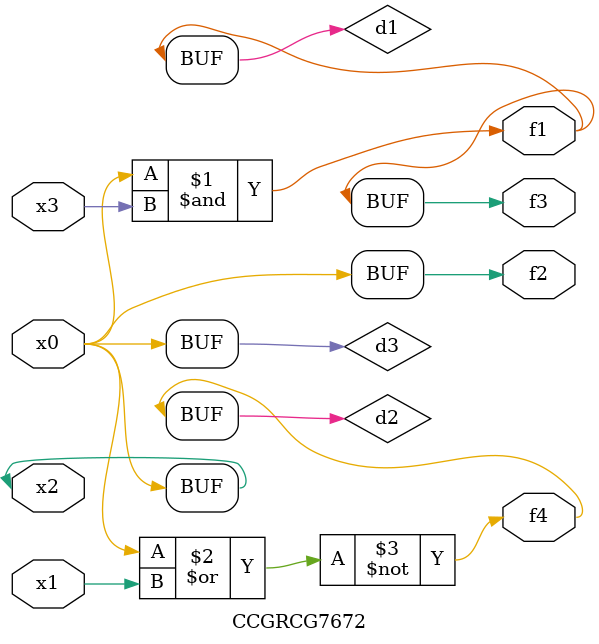
<source format=v>
module CCGRCG7672(
	input x0, x1, x2, x3,
	output f1, f2, f3, f4
);

	wire d1, d2, d3;

	and (d1, x2, x3);
	nor (d2, x0, x1);
	buf (d3, x0, x2);
	assign f1 = d1;
	assign f2 = d3;
	assign f3 = d1;
	assign f4 = d2;
endmodule

</source>
